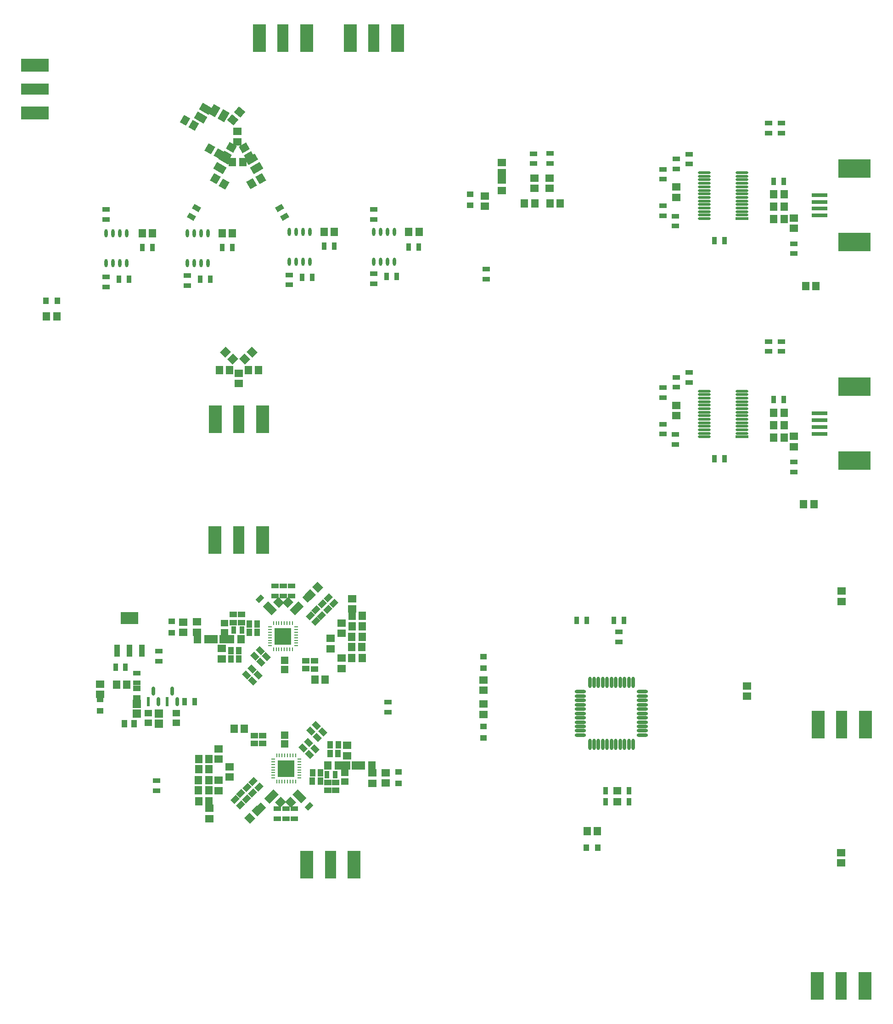
<source format=gtp>
G04*
G04 #@! TF.GenerationSoftware,Altium Limited,Altium Designer,24.0.1 (36)*
G04*
G04 Layer_Color=8421504*
%FSLAX44Y44*%
%MOMM*%
G71*
G04*
G04 #@! TF.SameCoordinates,B3AD537C-9D1A-4887-B287-0D13266BF09F*
G04*
G04*
G04 #@! TF.FilePolarity,Positive*
G04*
G01*
G75*
%ADD21R,5.0800X2.0530*%
%ADD22R,5.0800X2.4130*%
%ADD23R,2.0530X5.0800*%
%ADD24R,2.4130X5.0800*%
%ADD25R,1.5500X1.4000*%
%ADD26R,3.0000X0.7000*%
%ADD27R,6.0400X3.4000*%
%ADD28R,1.4000X1.5500*%
%ADD29R,0.9500X1.4000*%
%ADD30R,1.4000X0.9500*%
%ADD31R,1.5500X1.5000*%
G04:AMPARAMS|DCode=32|XSize=1.0546mm|YSize=1.3562mm|CornerRadius=0mm|HoleSize=0mm|Usage=FLASHONLY|Rotation=135.000|XOffset=0mm|YOffset=0mm|HoleType=Round|Shape=Rectangle|*
%AMROTATEDRECTD32*
4,1,4,0.8524,0.1066,-0.1066,-0.8524,-0.8524,-0.1066,0.1066,0.8524,0.8524,0.1066,0.0*
%
%ADD32ROTATEDRECTD32*%

%ADD33R,1.4500X1.2500*%
%ADD34R,1.5000X1.5500*%
%ADD35R,1.3562X1.0546*%
%ADD36R,1.0546X1.3562*%
G04:AMPARAMS|DCode=37|XSize=1.0546mm|YSize=1.3562mm|CornerRadius=0mm|HoleSize=0mm|Usage=FLASHONLY|Rotation=225.000|XOffset=0mm|YOffset=0mm|HoleType=Round|Shape=Rectangle|*
%AMROTATEDRECTD37*
4,1,4,-0.1066,0.8524,0.8524,-0.1066,0.1066,-0.8524,-0.8524,0.1066,-0.1066,0.8524,0.0*
%
%ADD37ROTATEDRECTD37*%

%ADD38R,1.4500X1.3500*%
G04:AMPARAMS|DCode=39|XSize=0.95mm|YSize=1.4mm|CornerRadius=0mm|HoleSize=0mm|Usage=FLASHONLY|Rotation=45.000|XOffset=0mm|YOffset=0mm|HoleType=Round|Shape=Rectangle|*
%AMROTATEDRECTD39*
4,1,4,0.1591,-0.8309,-0.8309,0.1591,-0.1591,0.8309,0.8309,-0.1591,0.1591,-0.8309,0.0*
%
%ADD39ROTATEDRECTD39*%

G04:AMPARAMS|DCode=40|XSize=0.95mm|YSize=1.4mm|CornerRadius=0mm|HoleSize=0mm|Usage=FLASHONLY|Rotation=135.000|XOffset=0mm|YOffset=0mm|HoleType=Round|Shape=Rectangle|*
%AMROTATEDRECTD40*
4,1,4,0.8309,0.1591,-0.1591,-0.8309,-0.8309,-0.1591,0.1591,0.8309,0.8309,0.1591,0.0*
%
%ADD40ROTATEDRECTD40*%

%ADD41R,1.3000X1.1000*%
G04:AMPARAMS|DCode=42|XSize=1.6587mm|YSize=0.6268mm|CornerRadius=0.3134mm|HoleSize=0mm|Usage=FLASHONLY|Rotation=90.000|XOffset=0mm|YOffset=0mm|HoleType=Round|Shape=RoundedRectangle|*
%AMROUNDEDRECTD42*
21,1,1.6587,0.0000,0,0,90.0*
21,1,1.0319,0.6268,0,0,90.0*
1,1,0.6268,0.0000,0.5159*
1,1,0.6268,0.0000,-0.5159*
1,1,0.6268,0.0000,-0.5159*
1,1,0.6268,0.0000,0.5159*
%
%ADD42ROUNDEDRECTD42*%
%ADD43R,0.6268X1.6587*%
G04:AMPARAMS|DCode=44|XSize=1.6587mm|YSize=0.627mm|CornerRadius=0.3135mm|HoleSize=0mm|Usage=FLASHONLY|Rotation=90.000|XOffset=0mm|YOffset=0mm|HoleType=Round|Shape=RoundedRectangle|*
%AMROUNDEDRECTD44*
21,1,1.6587,0.0000,0,0,90.0*
21,1,1.0317,0.6270,0,0,90.0*
1,1,0.6270,0.0000,0.5159*
1,1,0.6270,0.0000,-0.5159*
1,1,0.6270,0.0000,-0.5159*
1,1,0.6270,0.0000,0.5159*
%
%ADD44ROUNDEDRECTD44*%
%ADD45R,1.3500X1.0000*%
%ADD46R,1.0000X1.3500*%
%ADD47R,1.4500X1.1500*%
%ADD48R,1.5500X1.3500*%
%ADD49R,1.3500X1.5500*%
G04:AMPARAMS|DCode=50|XSize=1.55mm|YSize=1.4mm|CornerRadius=0mm|HoleSize=0mm|Usage=FLASHONLY|Rotation=135.000|XOffset=0mm|YOffset=0mm|HoleType=Round|Shape=Rectangle|*
%AMROTATEDRECTD50*
4,1,4,1.0430,-0.0530,0.0530,-1.0430,-1.0430,0.0530,-0.0530,1.0430,1.0430,-0.0530,0.0*
%
%ADD50ROTATEDRECTD50*%

G04:AMPARAMS|DCode=51|XSize=1.55mm|YSize=1.4mm|CornerRadius=0mm|HoleSize=0mm|Usage=FLASHONLY|Rotation=45.000|XOffset=0mm|YOffset=0mm|HoleType=Round|Shape=Rectangle|*
%AMROTATEDRECTD51*
4,1,4,-0.0530,-1.0430,-1.0430,-0.0530,0.0530,1.0430,1.0430,0.0530,-0.0530,-1.0430,0.0*
%
%ADD51ROTATEDRECTD51*%

%ADD52O,0.8000X0.2500*%
%ADD53O,0.2500X0.8000*%
%ADD54R,3.1000X3.1000*%
%ADD55R,0.9500X1.3500*%
%ADD56R,3.3000X2.2000*%
%ADD57R,1.0000X2.2000*%
G04:AMPARAMS|DCode=58|XSize=1.55mm|YSize=1.4mm|CornerRadius=0mm|HoleSize=0mm|Usage=FLASHONLY|Rotation=150.000|XOffset=0mm|YOffset=0mm|HoleType=Round|Shape=Rectangle|*
%AMROTATEDRECTD58*
4,1,4,1.0212,0.2187,0.3212,-0.9937,-1.0212,-0.2187,-0.3212,0.9937,1.0212,0.2187,0.0*
%
%ADD58ROTATEDRECTD58*%

G04:AMPARAMS|DCode=59|XSize=1.55mm|YSize=1.4mm|CornerRadius=0mm|HoleSize=0mm|Usage=FLASHONLY|Rotation=210.000|XOffset=0mm|YOffset=0mm|HoleType=Round|Shape=Rectangle|*
%AMROTATEDRECTD59*
4,1,4,0.3212,0.9937,1.0212,-0.2187,-0.3212,-0.9937,-1.0212,0.2187,0.3212,0.9937,0.0*
%
%ADD59ROTATEDRECTD59*%

G04:AMPARAMS|DCode=60|XSize=2.053mm|YSize=1.4mm|CornerRadius=0mm|HoleSize=0mm|Usage=FLASHONLY|Rotation=210.000|XOffset=0mm|YOffset=0mm|HoleType=Round|Shape=Rectangle|*
%AMROTATEDRECTD60*
4,1,4,0.5390,1.1195,1.2390,-0.0930,-0.5390,-1.1195,-1.2390,0.0930,0.5390,1.1195,0.0*
%
%ADD60ROTATEDRECTD60*%

G04:AMPARAMS|DCode=61|XSize=2.053mm|YSize=1.25mm|CornerRadius=0mm|HoleSize=0mm|Usage=FLASHONLY|Rotation=210.000|XOffset=0mm|YOffset=0mm|HoleType=Round|Shape=Rectangle|*
%AMROTATEDRECTD61*
4,1,4,0.5765,1.0545,1.2015,-0.0280,-0.5765,-1.0545,-1.2015,0.0280,0.5765,1.0545,0.0*
%
%ADD61ROTATEDRECTD61*%

G04:AMPARAMS|DCode=62|XSize=0.95mm|YSize=1.4mm|CornerRadius=0mm|HoleSize=0mm|Usage=FLASHONLY|Rotation=240.000|XOffset=0mm|YOffset=0mm|HoleType=Round|Shape=Rectangle|*
%AMROTATEDRECTD62*
4,1,4,-0.3687,0.7614,0.8437,0.0614,0.3687,-0.7614,-0.8437,-0.0614,-0.3687,0.7614,0.0*
%
%ADD62ROTATEDRECTD62*%

G04:AMPARAMS|DCode=63|XSize=0.95mm|YSize=1.4mm|CornerRadius=0mm|HoleSize=0mm|Usage=FLASHONLY|Rotation=300.000|XOffset=0mm|YOffset=0mm|HoleType=Round|Shape=Rectangle|*
%AMROTATEDRECTD63*
4,1,4,-0.8437,0.0614,0.3687,0.7614,0.8437,-0.0614,-0.3687,-0.7614,-0.8437,0.0614,0.0*
%
%ADD63ROTATEDRECTD63*%

%ADD64O,0.6000X1.5000*%
G04:AMPARAMS|DCode=65|XSize=1.55mm|YSize=1.4mm|CornerRadius=0mm|HoleSize=0mm|Usage=FLASHONLY|Rotation=300.000|XOffset=0mm|YOffset=0mm|HoleType=Round|Shape=Rectangle|*
%AMROTATEDRECTD65*
4,1,4,-0.9937,0.3212,0.2187,1.0212,0.9937,-0.3212,-0.2187,-1.0212,-0.9937,0.3212,0.0*
%
%ADD65ROTATEDRECTD65*%

G04:AMPARAMS|DCode=66|XSize=2.053mm|YSize=1.4mm|CornerRadius=0mm|HoleSize=0mm|Usage=FLASHONLY|Rotation=150.000|XOffset=0mm|YOffset=0mm|HoleType=Round|Shape=Rectangle|*
%AMROTATEDRECTD66*
4,1,4,1.2390,0.0930,0.5390,-1.1195,-1.2390,-0.0930,-0.5390,1.1195,1.2390,0.0930,0.0*
%
%ADD66ROTATEDRECTD66*%

G04:AMPARAMS|DCode=67|XSize=2.053mm|YSize=1.25mm|CornerRadius=0mm|HoleSize=0mm|Usage=FLASHONLY|Rotation=150.000|XOffset=0mm|YOffset=0mm|HoleType=Round|Shape=Rectangle|*
%AMROTATEDRECTD67*
4,1,4,1.2015,0.0280,0.5765,-1.0545,-1.2015,-0.0280,-0.5765,1.0545,1.2015,0.0280,0.0*
%
%ADD67ROTATEDRECTD67*%

G04:AMPARAMS|DCode=68|XSize=1.55mm|YSize=1.4mm|CornerRadius=0mm|HoleSize=0mm|Usage=FLASHONLY|Rotation=60.000|XOffset=0mm|YOffset=0mm|HoleType=Round|Shape=Rectangle|*
%AMROTATEDRECTD68*
4,1,4,0.2187,-1.0212,-0.9937,-0.3212,-0.2187,1.0212,0.9937,0.3212,0.2187,-1.0212,0.0*
%
%ADD68ROTATEDRECTD68*%

G04:AMPARAMS|DCode=69|XSize=1.55mm|YSize=1.3mm|CornerRadius=0mm|HoleSize=0mm|Usage=FLASHONLY|Rotation=240.000|XOffset=0mm|YOffset=0mm|HoleType=Round|Shape=Rectangle|*
%AMROTATEDRECTD69*
4,1,4,-0.1754,0.9962,0.9504,0.3462,0.1754,-0.9962,-0.9504,-0.3462,-0.1754,0.9962,0.0*
%
%ADD69ROTATEDRECTD69*%

G04:AMPARAMS|DCode=70|XSize=1.55mm|YSize=1.35mm|CornerRadius=0mm|HoleSize=0mm|Usage=FLASHONLY|Rotation=240.000|XOffset=0mm|YOffset=0mm|HoleType=Round|Shape=Rectangle|*
%AMROTATEDRECTD70*
4,1,4,-0.1971,1.0087,0.9721,0.3337,0.1971,-1.0087,-0.9721,-0.3337,-0.1971,1.0087,0.0*
%
%ADD70ROTATEDRECTD70*%

G04:AMPARAMS|DCode=71|XSize=2mm|YSize=1.4mm|CornerRadius=0mm|HoleSize=0mm|Usage=FLASHONLY|Rotation=240.000|XOffset=0mm|YOffset=0mm|HoleType=Round|Shape=Rectangle|*
%AMROTATEDRECTD71*
4,1,4,-0.1062,1.2160,1.1062,0.5160,0.1062,-1.2160,-1.1062,-0.5160,-0.1062,1.2160,0.0*
%
%ADD71ROTATEDRECTD71*%

G04:AMPARAMS|DCode=72|XSize=1.55mm|YSize=1.4mm|CornerRadius=0mm|HoleSize=0mm|Usage=FLASHONLY|Rotation=140.000|XOffset=0mm|YOffset=0mm|HoleType=Round|Shape=Rectangle|*
%AMROTATEDRECTD72*
4,1,4,1.0436,0.0381,0.1437,-1.0344,-1.0436,-0.0381,-0.1437,1.0344,1.0436,0.0381,0.0*
%
%ADD72ROTATEDRECTD72*%

%ADD73R,1.1000X1.3000*%
%ADD74O,2.0500X0.6000*%
%ADD75O,0.6000X2.0500*%
G04:AMPARAMS|DCode=76|XSize=2.3528mm|YSize=0.4949mm|CornerRadius=0.2475mm|HoleSize=0mm|Usage=FLASHONLY|Rotation=180.000|XOffset=0mm|YOffset=0mm|HoleType=Round|Shape=RoundedRectangle|*
%AMROUNDEDRECTD76*
21,1,2.3528,0.0000,0,0,180.0*
21,1,1.8579,0.4949,0,0,180.0*
1,1,0.4949,-0.9290,0.0000*
1,1,0.4949,0.9290,0.0000*
1,1,0.4949,0.9290,0.0000*
1,1,0.4949,-0.9290,0.0000*
%
%ADD76ROUNDEDRECTD76*%
%ADD77R,2.3528X0.4949*%
D21*
X1140400Y3447190D02*
D03*
D22*
Y3491005D02*
D03*
Y3403375D02*
D03*
D23*
X2627000Y1793766D02*
D03*
X2628000Y2275766D02*
D03*
X1685000Y2016900D02*
D03*
X1516100Y2616100D02*
D03*
X1516320Y2838606D02*
D03*
X1765240Y3541000D02*
D03*
X1597575D02*
D03*
D24*
X2583185Y1793766D02*
D03*
X2670815D02*
D03*
X2584185Y2275766D02*
D03*
X2671815D02*
D03*
X1641185Y2016900D02*
D03*
X1728815D02*
D03*
X1559915Y2616100D02*
D03*
X1472285D02*
D03*
X1472505Y2838606D02*
D03*
X1560135D02*
D03*
X1809055Y3541000D02*
D03*
X1721425D02*
D03*
X1641390D02*
D03*
X1553760D02*
D03*
D25*
X2627000Y2039500D02*
D03*
Y2020500D02*
D03*
X2001000Y3260500D02*
D03*
Y3279500D02*
D03*
Y3311788D02*
D03*
Y3292788D02*
D03*
X2628000Y2502500D02*
D03*
Y2521500D02*
D03*
X1413200Y2445600D02*
D03*
Y2464600D02*
D03*
X1260590Y2349980D02*
D03*
Y2330980D02*
D03*
X1705800Y2398100D02*
D03*
X1705800Y2379100D02*
D03*
X1685600Y2415200D02*
D03*
Y2434200D02*
D03*
X1706000Y2462700D02*
D03*
Y2443700D02*
D03*
X1479000Y2172600D02*
D03*
Y2153600D02*
D03*
X1498700Y2178500D02*
D03*
Y2197500D02*
D03*
X1478800Y2230900D02*
D03*
X1478800Y2211900D02*
D03*
X1786700Y2167800D02*
D03*
Y2186800D02*
D03*
X1461500Y2121200D02*
D03*
Y2102200D02*
D03*
X1725000Y2507500D02*
D03*
Y2488500D02*
D03*
X1516320Y2923290D02*
D03*
Y2904290D02*
D03*
X1513780Y3350060D02*
D03*
Y3369060D02*
D03*
X1967108Y2294201D02*
D03*
Y2313201D02*
D03*
Y2357651D02*
D03*
Y2338651D02*
D03*
X2453038Y2346771D02*
D03*
Y2327771D02*
D03*
X1969770Y3250120D02*
D03*
Y3231120D02*
D03*
X2061210Y3283140D02*
D03*
Y3264140D02*
D03*
X2089150D02*
D03*
Y3283140D02*
D03*
X2322830Y3247630D02*
D03*
Y3266630D02*
D03*
X2540000Y3190480D02*
D03*
Y3209480D02*
D03*
Y2787890D02*
D03*
Y2806890D02*
D03*
X2322830Y2845040D02*
D03*
Y2864040D02*
D03*
D26*
X2587000Y2824160D02*
D03*
Y2836660D02*
D03*
Y2811660D02*
D03*
Y2849160D02*
D03*
Y3251750D02*
D03*
Y3226750D02*
D03*
Y3214250D02*
D03*
Y3239250D02*
D03*
D27*
X2651000Y2898410D02*
D03*
Y2762410D02*
D03*
Y3301000D02*
D03*
Y3165000D02*
D03*
D28*
X2042820Y3236810D02*
D03*
X2061820D02*
D03*
X1743800Y2476400D02*
D03*
X1724800D02*
D03*
X1290840Y2349100D02*
D03*
X1309840D02*
D03*
X1743400Y2398000D02*
D03*
X1724400D02*
D03*
X1724300Y2418100D02*
D03*
X1743300D02*
D03*
X1724700Y2437000D02*
D03*
X1743700D02*
D03*
X1460800Y2154600D02*
D03*
X1441800D02*
D03*
X1460600Y2173400D02*
D03*
X1441600D02*
D03*
X1461100Y2193000D02*
D03*
X1442100D02*
D03*
Y2212000D02*
D03*
X1461100D02*
D03*
X1461200Y2133700D02*
D03*
X1442200D02*
D03*
X1656400Y2358300D02*
D03*
X1675400D02*
D03*
X1526300Y2267800D02*
D03*
X1507300D02*
D03*
X1744000Y2456600D02*
D03*
X1725000D02*
D03*
X1504500Y3313000D02*
D03*
X1523500D02*
D03*
X1499150Y2929030D02*
D03*
X1480150D02*
D03*
X1552490D02*
D03*
X1533490D02*
D03*
X1180380Y3028090D02*
D03*
X1161380D02*
D03*
X1356910Y3181760D02*
D03*
X1337910D02*
D03*
X1504230D02*
D03*
X1485230D02*
D03*
X1692190Y3184300D02*
D03*
X1673190D02*
D03*
X1848400D02*
D03*
X1829400D02*
D03*
X2158268Y2078911D02*
D03*
X2177268D02*
D03*
X2108810Y3236810D02*
D03*
X2089810D02*
D03*
X2580654Y3084130D02*
D03*
X2561654D02*
D03*
X2502560Y3230460D02*
D03*
X2521560D02*
D03*
X2521560Y3207600D02*
D03*
X2502560D02*
D03*
X2521560Y3253320D02*
D03*
X2502560D02*
D03*
X2502560Y2827870D02*
D03*
X2521560D02*
D03*
X2521560Y2850730D02*
D03*
X2502560D02*
D03*
X2521560Y2805010D02*
D03*
X2502560D02*
D03*
X2576860Y2681750D02*
D03*
X2557860D02*
D03*
D29*
X1307250Y2381000D02*
D03*
X1288750D02*
D03*
X1416050Y2317700D02*
D03*
X1434550D02*
D03*
X1313480Y3096670D02*
D03*
X1294980D02*
D03*
X1463340D02*
D03*
X1444840D02*
D03*
X1807510Y3101750D02*
D03*
X1789010D02*
D03*
X1651300Y3100480D02*
D03*
X1632800D02*
D03*
X1356660Y3155090D02*
D03*
X1338160D02*
D03*
X1503980D02*
D03*
X1485480D02*
D03*
X1691940Y3157630D02*
D03*
X1673440D02*
D03*
X1848150Y3156360D02*
D03*
X1829650D02*
D03*
X2226548Y2467531D02*
D03*
X2208048D02*
D03*
X2139468D02*
D03*
X2157968D02*
D03*
X2192808Y2153841D02*
D03*
X2211308D02*
D03*
X2235798Y2133521D02*
D03*
X2217298D02*
D03*
X2235438Y2153841D02*
D03*
X2216938D02*
D03*
X2192808Y2133521D02*
D03*
X2211308D02*
D03*
X2393590Y3168230D02*
D03*
X2412090D02*
D03*
X2521310Y3277450D02*
D03*
X2502810D02*
D03*
Y2874860D02*
D03*
X2521310D02*
D03*
X2412090Y2765640D02*
D03*
X2393590D02*
D03*
D30*
X1369000Y2392150D02*
D03*
Y2410650D02*
D03*
X1328000Y2370650D02*
D03*
Y2352150D02*
D03*
X1583000Y2531050D02*
D03*
Y2512550D02*
D03*
X1598100Y2512450D02*
D03*
Y2530950D02*
D03*
X1587400Y2101750D02*
D03*
Y2120250D02*
D03*
X1602900Y2101750D02*
D03*
Y2120250D02*
D03*
X1618100Y2120150D02*
D03*
Y2101650D02*
D03*
X1613600Y2512450D02*
D03*
Y2530950D02*
D03*
X1364300Y2153450D02*
D03*
Y2171950D02*
D03*
X1791100Y2317150D02*
D03*
Y2298650D02*
D03*
X1271210Y3100840D02*
D03*
Y3082340D02*
D03*
Y3206800D02*
D03*
Y3225300D02*
D03*
X1609030Y3104650D02*
D03*
Y3086150D02*
D03*
X1765240Y3106830D02*
D03*
Y3088330D02*
D03*
X1765240Y3206800D02*
D03*
Y3225300D02*
D03*
X1421070Y3084880D02*
D03*
Y3103380D02*
D03*
X2217298Y2427801D02*
D03*
Y2446301D02*
D03*
X2493010Y3384490D02*
D03*
Y3365990D02*
D03*
X2517140Y3384490D02*
D03*
Y3365990D02*
D03*
X2059729Y3328156D02*
D03*
Y3309656D02*
D03*
X2090420Y3328610D02*
D03*
Y3310110D02*
D03*
X2346960Y3327340D02*
D03*
Y3308840D02*
D03*
X2298700Y3213590D02*
D03*
Y3232090D02*
D03*
Y3299400D02*
D03*
Y3280900D02*
D03*
X2322830Y3318450D02*
D03*
Y3299950D02*
D03*
X2321560Y3194540D02*
D03*
Y3213040D02*
D03*
X2298700Y2829500D02*
D03*
Y2811000D02*
D03*
Y2878310D02*
D03*
Y2896810D02*
D03*
X2493010Y2963400D02*
D03*
Y2981900D02*
D03*
X2517140Y2963400D02*
D03*
Y2981900D02*
D03*
X2540000Y2741150D02*
D03*
Y2759650D02*
D03*
X2322830Y2897360D02*
D03*
Y2915860D02*
D03*
X2346960Y2906250D02*
D03*
Y2924750D02*
D03*
X2321560Y2810450D02*
D03*
Y2791950D02*
D03*
X2540000Y3162240D02*
D03*
Y3143740D02*
D03*
X1972310Y3096750D02*
D03*
Y3115250D02*
D03*
D31*
X1328310Y2295510D02*
D03*
Y2313510D02*
D03*
X1369000Y2295500D02*
D03*
Y2277500D02*
D03*
D32*
X1680032Y2487668D02*
D03*
X1669768Y2497932D02*
D03*
X1647768Y2475832D02*
D03*
X1658032Y2465568D02*
D03*
X1658468Y2486732D02*
D03*
X1668732Y2476468D02*
D03*
X1691532Y2498668D02*
D03*
X1681268Y2508932D02*
D03*
X1541732Y2149268D02*
D03*
X1531468Y2159532D02*
D03*
X1530032Y2137868D02*
D03*
X1519768Y2148132D02*
D03*
X1552932Y2159868D02*
D03*
X1542668Y2170132D02*
D03*
X1508968Y2137132D02*
D03*
X1519232Y2126868D02*
D03*
D33*
X1489800Y2462250D02*
D03*
Y2445750D02*
D03*
X1711200Y2170450D02*
D03*
Y2186950D02*
D03*
D34*
X1487800Y2433000D02*
D03*
X1469800D02*
D03*
X1731900Y2199700D02*
D03*
X1713900D02*
D03*
D35*
X1521000Y2478258D02*
D03*
Y2463742D02*
D03*
X1656000Y2392758D02*
D03*
Y2378242D02*
D03*
X1505900Y2478258D02*
D03*
Y2463742D02*
D03*
X1695100Y2168958D02*
D03*
Y2154442D02*
D03*
X1559700Y2254858D02*
D03*
Y2240342D02*
D03*
X1544600D02*
D03*
Y2254858D02*
D03*
X1680000Y2168958D02*
D03*
Y2154442D02*
D03*
X1640000Y2378742D02*
D03*
Y2393258D02*
D03*
D36*
X1535442Y2445900D02*
D03*
X1549958D02*
D03*
X1516058Y2396500D02*
D03*
X1501542D02*
D03*
X1515758Y2411900D02*
D03*
X1501242D02*
D03*
X1535442Y2461200D02*
D03*
X1549958D02*
D03*
X1666358Y2171100D02*
D03*
X1651842D02*
D03*
X1684742Y2222300D02*
D03*
X1699258D02*
D03*
X1684842Y2237900D02*
D03*
X1699358D02*
D03*
X1666458Y2186600D02*
D03*
X1651942D02*
D03*
D37*
X1566788Y2400654D02*
D03*
X1556524Y2390390D02*
D03*
X1530401Y2367263D02*
D03*
X1540665Y2377527D02*
D03*
X1541368Y2356268D02*
D03*
X1551632Y2366532D02*
D03*
X1555632Y2411932D02*
D03*
X1545368Y2401668D02*
D03*
X1646268Y2220268D02*
D03*
X1656532Y2230532D02*
D03*
X1658954Y2273848D02*
D03*
X1648690Y2263583D02*
D03*
X1670833Y2262251D02*
D03*
X1660569Y2251987D02*
D03*
X1634368Y2231868D02*
D03*
X1644632Y2242132D02*
D03*
D38*
X1600400Y2393650D02*
D03*
Y2377150D02*
D03*
X1600885Y2256060D02*
D03*
Y2239560D02*
D03*
D39*
X1641041Y2508041D02*
D03*
X1627959Y2494959D02*
D03*
X1558359Y2124159D02*
D03*
X1571441Y2137241D02*
D03*
D40*
X1555359Y2507641D02*
D03*
X1568441Y2494559D02*
D03*
X1632559Y2138141D02*
D03*
X1645641Y2125059D02*
D03*
D41*
X1392100Y2444600D02*
D03*
Y2465600D02*
D03*
X1260400Y2300600D02*
D03*
Y2321600D02*
D03*
X1810300Y2167300D02*
D03*
Y2188300D02*
D03*
X1967108Y2251291D02*
D03*
Y2272291D02*
D03*
Y2400561D02*
D03*
Y2379561D02*
D03*
X1943100Y3232660D02*
D03*
Y3253660D02*
D03*
D42*
X1358790Y2337137D02*
D03*
X1367940Y2317603D02*
D03*
X1402230D02*
D03*
D43*
X1349640D02*
D03*
X1383930D02*
D03*
D44*
X1393080Y2337137D02*
D03*
D45*
X1328310Y2342720D02*
D03*
Y2324720D02*
D03*
D46*
X1323300Y2277400D02*
D03*
X1305300D02*
D03*
D47*
X1400900Y2279150D02*
D03*
Y2296650D02*
D03*
X1349400D02*
D03*
Y2279150D02*
D03*
D48*
X1439000Y2464750D02*
D03*
Y2445250D02*
D03*
X1715700Y2236950D02*
D03*
Y2217450D02*
D03*
X1762000Y2186750D02*
D03*
Y2167250D02*
D03*
X1484600Y2416150D02*
D03*
Y2396650D02*
D03*
D49*
X1500950Y2433000D02*
D03*
X1520450D02*
D03*
X1459150D02*
D03*
X1439650D02*
D03*
X1741850Y2199700D02*
D03*
X1761350D02*
D03*
X1700050D02*
D03*
X1680550D02*
D03*
D50*
X1589418Y2500318D02*
D03*
X1575983Y2486882D02*
D03*
X1648282Y2515383D02*
D03*
X1661718Y2528817D02*
D03*
X1550117Y2116017D02*
D03*
X1536682Y2102583D02*
D03*
X1611582Y2132383D02*
D03*
X1625018Y2145818D02*
D03*
X1540818Y2962418D02*
D03*
X1527382Y2948983D02*
D03*
D51*
X1620117Y2487083D02*
D03*
X1606682Y2500517D02*
D03*
X1593118Y2132083D02*
D03*
X1579682Y2145518D02*
D03*
X1491822Y2962418D02*
D03*
X1505258Y2948983D02*
D03*
D52*
X1573575Y2455730D02*
D03*
X1621575Y2420730D02*
D03*
Y2425730D02*
D03*
Y2430730D02*
D03*
Y2435730D02*
D03*
Y2440730D02*
D03*
Y2445730D02*
D03*
Y2450730D02*
D03*
Y2455730D02*
D03*
X1573575Y2450730D02*
D03*
Y2445730D02*
D03*
Y2440730D02*
D03*
Y2435730D02*
D03*
Y2430730D02*
D03*
Y2425730D02*
D03*
Y2420730D02*
D03*
X1627425Y2211970D02*
D03*
Y2206970D02*
D03*
Y2201970D02*
D03*
Y2196970D02*
D03*
Y2191970D02*
D03*
Y2186970D02*
D03*
Y2181970D02*
D03*
X1579425Y2176970D02*
D03*
Y2181970D02*
D03*
Y2186970D02*
D03*
Y2191970D02*
D03*
Y2196970D02*
D03*
Y2201970D02*
D03*
Y2206970D02*
D03*
Y2211970D02*
D03*
X1627425Y2176970D02*
D03*
D53*
X1580075Y2462230D02*
D03*
X1615075D02*
D03*
X1610075D02*
D03*
X1605075D02*
D03*
X1600075D02*
D03*
X1595075D02*
D03*
X1590075D02*
D03*
X1585075D02*
D03*
X1580075Y2414230D02*
D03*
X1585075D02*
D03*
X1590075D02*
D03*
X1595075D02*
D03*
X1600075D02*
D03*
X1605075D02*
D03*
X1610075D02*
D03*
X1615075D02*
D03*
X1585925Y2218470D02*
D03*
X1590925D02*
D03*
X1595925D02*
D03*
X1600925D02*
D03*
X1605925D02*
D03*
X1610925D02*
D03*
X1615925D02*
D03*
X1620925D02*
D03*
X1615925Y2170470D02*
D03*
X1605925D02*
D03*
X1600925D02*
D03*
X1595925D02*
D03*
X1590925D02*
D03*
X1585925D02*
D03*
X1620925D02*
D03*
X1610925D02*
D03*
D54*
X1597575Y2438230D02*
D03*
X1603425Y2194470D02*
D03*
D55*
X1507100Y2449700D02*
D03*
X1522100D02*
D03*
X1693900Y2183000D02*
D03*
X1678900D02*
D03*
D56*
X1314800Y2471600D02*
D03*
D57*
X1337800Y2411600D02*
D03*
X1314800D02*
D03*
X1291800D02*
D03*
D58*
X1502850Y3339827D02*
D03*
X1493350Y3323373D02*
D03*
D59*
X1526250Y3339227D02*
D03*
X1535750Y3322773D02*
D03*
D60*
X1548850Y3301373D02*
D03*
D61*
X1539350Y3317827D02*
D03*
D62*
X1429145Y3211849D02*
D03*
X1438395Y3227871D02*
D03*
D63*
X1591705Y3227871D02*
D03*
X1600955Y3211849D02*
D03*
D64*
X1309310Y3181320D02*
D03*
X1296610D02*
D03*
X1283910D02*
D03*
X1271210D02*
D03*
X1309310Y3126320D02*
D03*
X1296610D02*
D03*
X1283910D02*
D03*
X1271210D02*
D03*
X1459170Y3181320D02*
D03*
X1446470D02*
D03*
X1433770D02*
D03*
X1421070D02*
D03*
X1459170Y3126320D02*
D03*
X1446470D02*
D03*
X1433770D02*
D03*
X1421070D02*
D03*
X1647130Y3183860D02*
D03*
X1634430D02*
D03*
X1621730D02*
D03*
X1609030D02*
D03*
X1647130Y3128860D02*
D03*
X1634430D02*
D03*
X1621730D02*
D03*
X1609030D02*
D03*
X1803340Y3183860D02*
D03*
X1790640D02*
D03*
X1777940D02*
D03*
X1765240D02*
D03*
X1803340Y3128860D02*
D03*
X1790640D02*
D03*
X1777940D02*
D03*
X1765240D02*
D03*
D65*
X1556327Y3282350D02*
D03*
X1539873Y3272850D02*
D03*
D66*
X1481090Y3301803D02*
D03*
X1445530Y3394513D02*
D03*
X1455030Y3410967D02*
D03*
D67*
X1490590Y3318257D02*
D03*
D68*
X1472533Y3281760D02*
D03*
X1488987Y3272260D02*
D03*
X1479490Y3327810D02*
D03*
X1463035Y3337310D02*
D03*
D69*
X1416653Y3389710D02*
D03*
D70*
X1433107Y3380210D02*
D03*
D71*
X1471263Y3407490D02*
D03*
X1487717Y3397990D02*
D03*
D72*
X1505133Y3390382D02*
D03*
X1517346Y3404937D02*
D03*
D73*
X1160380Y3057300D02*
D03*
X1181380D02*
D03*
X2178268Y2048431D02*
D03*
X2157268D02*
D03*
D74*
X2146328Y2256081D02*
D03*
Y2264081D02*
D03*
Y2272081D02*
D03*
Y2280081D02*
D03*
Y2288081D02*
D03*
Y2296081D02*
D03*
Y2304081D02*
D03*
Y2312081D02*
D03*
Y2320081D02*
D03*
Y2328081D02*
D03*
Y2336081D02*
D03*
X2260328D02*
D03*
Y2328081D02*
D03*
Y2320081D02*
D03*
Y2312081D02*
D03*
Y2304081D02*
D03*
Y2296081D02*
D03*
Y2288081D02*
D03*
Y2280081D02*
D03*
Y2272081D02*
D03*
Y2264081D02*
D03*
Y2256081D02*
D03*
D75*
X2163328Y2353081D02*
D03*
X2171328D02*
D03*
X2179328D02*
D03*
X2187328D02*
D03*
X2195328D02*
D03*
X2203328D02*
D03*
X2211328D02*
D03*
X2219328D02*
D03*
X2227328D02*
D03*
X2235328D02*
D03*
X2243328D02*
D03*
Y2239081D02*
D03*
X2235328D02*
D03*
X2227328D02*
D03*
X2219328D02*
D03*
X2211328D02*
D03*
X2203328D02*
D03*
X2195328D02*
D03*
X2187328D02*
D03*
X2179328D02*
D03*
X2171328D02*
D03*
X2163328D02*
D03*
D76*
X2374439Y3228030D02*
D03*
Y3286530D02*
D03*
Y3293030D02*
D03*
X2443941Y3247530D02*
D03*
Y3241030D02*
D03*
Y3234530D02*
D03*
Y3215030D02*
D03*
Y3221530D02*
D03*
Y3228030D02*
D03*
Y3254030D02*
D03*
Y3260530D02*
D03*
Y3267030D02*
D03*
Y3273530D02*
D03*
Y3280030D02*
D03*
Y3286530D02*
D03*
Y3293030D02*
D03*
X2374439Y3280030D02*
D03*
Y3273530D02*
D03*
Y3267030D02*
D03*
Y3260530D02*
D03*
Y3254030D02*
D03*
Y3247530D02*
D03*
Y3241030D02*
D03*
Y3234530D02*
D03*
Y3221530D02*
D03*
Y3215030D02*
D03*
Y3208530D02*
D03*
Y2805940D02*
D03*
Y2812440D02*
D03*
Y2818940D02*
D03*
Y2825440D02*
D03*
Y2831940D02*
D03*
Y2838440D02*
D03*
Y2844940D02*
D03*
Y2851440D02*
D03*
Y2857940D02*
D03*
Y2864440D02*
D03*
Y2870940D02*
D03*
Y2877440D02*
D03*
Y2883940D02*
D03*
Y2890440D02*
D03*
X2443941D02*
D03*
Y2883940D02*
D03*
Y2877440D02*
D03*
Y2870940D02*
D03*
Y2864440D02*
D03*
Y2857940D02*
D03*
Y2851440D02*
D03*
Y2844940D02*
D03*
Y2838440D02*
D03*
Y2831940D02*
D03*
Y2825440D02*
D03*
Y2818940D02*
D03*
Y2812440D02*
D03*
D77*
Y3208530D02*
D03*
Y2805940D02*
D03*
M02*

</source>
